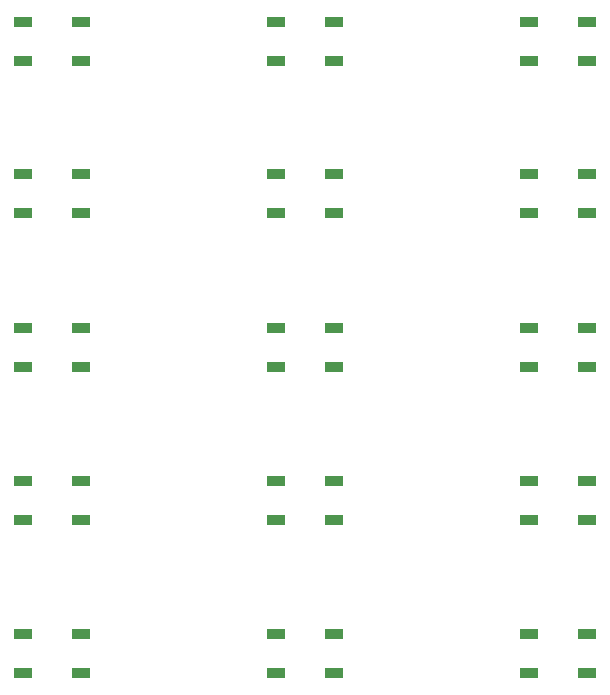
<source format=gbr>
%TF.GenerationSoftware,Altium Limited,Altium Designer,20.0.9 (164)*%
G04 Layer_Color=8421504*
%FSLAX26Y26*%
%MOIN*%
%TF.FileFunction,Paste,Top*%
%TF.Part,Single*%
G01*
G75*
%TA.AperFunction,SMDPad,CuDef*%
%ADD10R,0.059055X0.035433*%
D10*
X3203543Y2815000D02*
D03*
Y2685079D02*
D03*
X3396457D02*
D03*
Y2815000D02*
D03*
X2361043D02*
D03*
Y2685079D02*
D03*
X2553957D02*
D03*
Y2815000D02*
D03*
X1518543D02*
D03*
Y2685079D02*
D03*
X1711457D02*
D03*
Y2815000D02*
D03*
X3203543Y2309961D02*
D03*
Y2180039D02*
D03*
X3396457D02*
D03*
Y2309961D02*
D03*
X2361043D02*
D03*
Y2180039D02*
D03*
X2553957D02*
D03*
Y2309961D02*
D03*
X1518543D02*
D03*
Y2180039D02*
D03*
X1711457D02*
D03*
Y2309961D02*
D03*
X3203543Y1794980D02*
D03*
Y1665059D02*
D03*
X3396457D02*
D03*
Y1794980D02*
D03*
X2361043D02*
D03*
Y1665059D02*
D03*
X2553957D02*
D03*
Y1794980D02*
D03*
X1518543D02*
D03*
Y1665059D02*
D03*
X1711457D02*
D03*
Y1794980D02*
D03*
X3203543Y1284970D02*
D03*
Y1155049D02*
D03*
X3396457D02*
D03*
Y1284970D02*
D03*
X2361043D02*
D03*
Y1155049D02*
D03*
X2553957D02*
D03*
Y1284970D02*
D03*
X1518543D02*
D03*
Y1155049D02*
D03*
X1711457D02*
D03*
Y1284970D02*
D03*
X3203543Y774961D02*
D03*
Y645039D02*
D03*
X3396457D02*
D03*
Y774961D02*
D03*
X2361043D02*
D03*
Y645039D02*
D03*
X2553957D02*
D03*
Y774961D02*
D03*
X1518543D02*
D03*
Y645039D02*
D03*
X1711457D02*
D03*
Y774961D02*
D03*
%TF.MD5,de55f107e6727c12e3eb6dfa59016a5d*%
M02*

</source>
